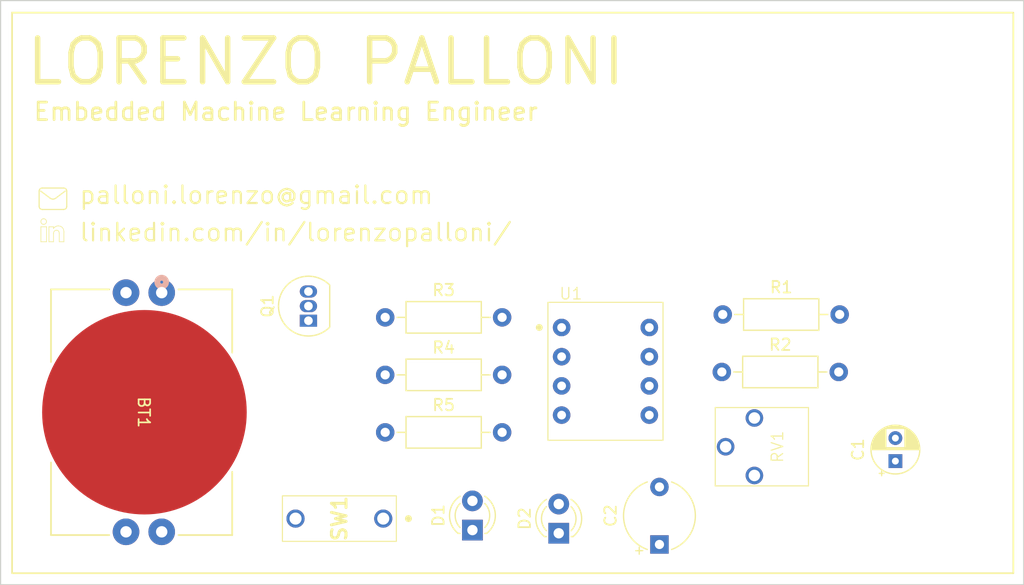
<source format=kicad_pcb>
(kicad_pcb (version 20240108) (generator "pcbnew") (generator_version "8.0")
  (title_block (title "Business Card") (date "2024-06-07") (rev "v01") (comment 2 "creativecommons.org/licenses/by/4.0/") (comment 3 "License: CC BY 4.0") (comment 4 "Author: Lorenzo Palloni"))
  (layers (0 "F.Cu" signal) (31 "B.Cu" signal) (34 "B.Paste" user) (35 "F.Paste" user) (36 "B.SilkS" user "B.Silkscreen") (37 "F.SilkS" user "F.Silkscreen") (38 "B.Mask" user) (39 "F.Mask" user) (44 "Edge.Cuts" user))
  (net 0 "")
  (net 1 "/THRES{slash}TRIG")
  (net 2 "GND")
  (net 3 "/CONT")
  (net 4 "+3V0")
  (net 5 "Net-(D1-A)")
  (net 6 "Net-(Q1-C)")
  (net 7 "Net-(Q1-B)")
  (net 8 "/DISCH")
  (net 9 "/OUT")
  (net 10 "Net-(BT1-+)")
  (net 11 "Net-(R2-Pad1)")
  (footprint "LED_THT:LED_D3.0mm" (layer "F.Cu") (at 149 125 90)
    (property "Reference" "D1" (at 1.27 -2.96 -90) (layer "F.SilkS"))
    (property "Value" "GREEN")
    (fp_line (start -0.29 -1.236) (end -0.29 -1.08) (stroke (width 0.12)) (layer "F.SilkS"))
    (fp_line (start -0.29 1.08) (end -0.29 1.236) (stroke (width 0.12)) (layer "F.SilkS"))
    (fp_arc (start -0.29 -1.235516) (mid 1.366487 -1.987659) (end 2.942335 -1.078608) (stroke (width 0.12)) (layer "F.SilkS"))
    (fp_arc (start 0.229039 -1.08) (mid 1.270117 -1.5) (end 2.31113 -1.079837) (stroke (width 0.12)) (layer "F.SilkS"))
    (fp_arc (start 2.942335 1.078608) (mid 1.366487 1.987659) (end -0.29 1.235516) (stroke (width 0.12)) (layer "F.SilkS"))
    (fp_arc (start 2.31113 1.079837) (mid 1.270117 1.5) (end 0.229039 1.08) (stroke (width 0.12)) (layer "F.SilkS"))
    (pad "1" thru_hole rect (at 0 0 90) (size 1.8 1.8) (drill 0.9) (layers "*.Cu" "*.Mask") (net 4 "+3V0"))
    (pad "2" thru_hole circle (at 2.54 0 90) (size 1.8 1.8) (drill 0.9) (layers "*.Cu" "*.Mask") (net 5 "Net-(D1-A)"))
  )
  (footprint "Capacitor_THT:CP_Radial_D4.0mm_P2.00mm" (layer "F.Cu") (at 185.75 119 90)
    (property "Reference" "C1" (at 1 -3.25 -90) (layer "F.SilkS"))
    (property "Value" "10uF")
    (fp_line (start 1.04 -2.08) (end 1.04 2.08) (stroke (width 0.12)) (layer "F.SilkS"))
    (fp_line (start 1 -2.08) (end 1 2.08) (stroke (width 0.12)) (layer "F.SilkS"))
    (fp_line (start 1.08 -2.079) (end 1.08 2.079) (stroke (width 0.12)) (layer "F.SilkS"))
    (fp_line (start 1.12 -2.077) (end 1.12 2.077) (stroke (width 0.12)) (layer "F.SilkS"))
    (fp_line (start 1.16 -2.074) (end 1.16 2.074) (stroke (width 0.12)) (layer "F.SilkS"))
    (fp_line (start 1.2 -2.071) (end 1.2 -0.84) (stroke (width 0.12)) (layer "F.SilkS"))
    (fp_line (start 1.24 -2.067) (end 1.24 -0.84) (stroke (width 0.12)) (layer "F.SilkS"))
    (fp_line (start 1.28 -2.062) (end 1.28 -0.84) (stroke (width 0.12)) (layer "F.SilkS"))
    (fp_line (start 1.32 -2.056) (end 1.32 -0.84) (stroke (width 0.12)) (layer "F.SilkS"))
    (fp_line (start 1.36 -2.05) (end 1.36 -0.84) (stroke (width 0.12)) (layer "F.SilkS"))
    (fp_line (start 1.4 -2.042) (end 1.4 -0.84) (stroke (width 0.12)) (layer "F.SilkS"))
    (fp_line (start 1.44 -2.034) (end 1.44 -0.84) (stroke (width 0.12)) (layer "F.SilkS"))
    (fp_line (start 1.48 -2.025) (end 1.48 -0.84) (stroke (width 0.12)) (layer "F.SilkS"))
    (fp_line (start 1.52 -2.016) (end 1.52 -0.84) (stroke (width 0.12)) (layer "F.SilkS"))
    (fp_line (start 1.56 -2.005) (end 1.56 -0.84) (stroke (width 0.12)) (layer "F.SilkS"))
    (fp_line (start 1.6 -1.994) (end 1.6 -0.84) (stroke (width 0.12)) (layer "F.SilkS"))
    (fp_line (start 1.64 -1.982) (end 1.64 -0.84) (stroke (width 0.12)) (layer "F.SilkS"))
    (fp_line (start 1.68 -1.968) (end 1.68 -0.84) (stroke (width 0.12)) (layer "F.SilkS"))
    (fp_line (start 1.721 -1.954) (end 1.721 -0.84) (stroke (width 0.12)) (layer "F.SilkS"))
    (fp_line (start 1.761 -1.94) (end 1.761 -0.84) (stroke (width 0.12)) (layer "F.SilkS"))
    (fp_line (start 1.801 -1.924) (end 1.801 -0.84) (stroke (width 0.12)) (layer "F.SilkS"))
    (fp_line (start 1.841 -1.907) (end 1.841 -0.84) (stroke (width 0.12)) (layer "F.SilkS"))
    (fp_line (start 1.881 -1.889) (end 1.881 -0.84) (stroke (width 0.12)) (layer "F.SilkS"))
    (fp_line (start 1.921 -1.87) (end 1.921 -0.84) (stroke (width 0.12)) (layer "F.SilkS"))
    (fp_line (start 1.961 -1.851) (end 1.961 -0.84) (stroke (width 0.12)) (layer "F.SilkS"))
    (fp_line (start 2.001 -1.83) (end 2.001 -0.84) (stroke (width 0.12)) (layer "F.SilkS"))
    (fp_line (start 2.041 -1.808) (end 2.041 -0.84) (stroke (width 0.12)) (layer "F.SilkS"))
    (fp_line (start 2.081 -1.785) (end 2.081 -0.84) (stroke (width 0.12)) (layer "F.SilkS"))
    (fp_line (start 2.121 -1.76) (end 2.121 -0.84) (stroke (width 0.12)) (layer "F.SilkS"))
    (fp_line (start 2.161 -1.735) (end 2.161 -0.84) (stroke (width 0.12)) (layer "F.SilkS"))
    (fp_line (start 2.201 -1.708) (end 2.201 -0.84) (stroke (width 0.12)) (layer "F.SilkS"))
    (fp_line (start 2.241 -1.68) (end 2.241 -0.84) (stroke (width 0.12)) (layer "F.SilkS"))
    (fp_line (start 2.281 -1.65) (end 2.281 -0.84) (stroke (width 0.12)) (layer "F.SilkS"))
    (fp_line (start 2.321 -1.619) (end 2.321 -0.84) (stroke (width 0.12)) (layer "F.SilkS"))
    (fp_line (start 2.361 -1.587) (end 2.361 -0.84) (stroke (width 0.12)) (layer "F.SilkS"))
    (fp_line (start 2.401 -1.552) (end 2.401 -0.84) (stroke (width 0.12)) (layer "F.SilkS"))
    (fp_line (start 2.441 -1.516) (end 2.441 -0.84) (stroke (width 0.12)) (layer "F.SilkS"))
    (fp_line (start 2.481 -1.478) (end 2.481 -0.84) (stroke (width 0.12)) (layer "F.SilkS"))
    (fp_line (start 2.521 -1.438) (end 2.521 -0.84) (stroke (width 0.12)) (layer "F.SilkS"))
    (fp_line (start 2.561 -1.396) (end 2.561 -0.84) (stroke (width 0.12)) (layer "F.SilkS"))
    (fp_line (start -1.069801 -1.395) (end -1.069801 -0.995) (stroke (width 0.12)) (layer "F.SilkS"))
    (fp_line (start 2.601 -1.351) (end 2.601 -0.84) (stroke (width 0.12)) (layer "F.SilkS"))
    (fp_line (start 2.641 -1.304) (end 2.641 -0.84) (stroke (width 0.12)) (layer "F.SilkS"))
    (fp_line (start 2.681 -1.254) (end 2.681 -0.84) (stroke (width 0.12)) (layer "F.SilkS"))
    (fp_line (start 2.721 -1.2) (end 2.721 -0.84) (stroke (width 0.12)) (layer "F.SilkS"))
    (fp_line (start -1.269801 -1.195) (end -0.869801 -1.195) (stroke (width 0.12)) (layer "F.SilkS"))
    (fp_line (start 2.761 -1.142) (end 2.761 -0.84) (stroke (width 0.12)) (layer "F.SilkS"))
    (fp_line (start 2.801 -1.08) (end 2.801 -0.84) (stroke (width 0.12)) (layer "F.SilkS"))
    (fp_line (start 2.841 -1.013) (end 2.841 1.013) (stroke (width 0.12)) (layer "F.SilkS"))
    (fp_line (start 2.881 -0.94) (end 2.881 0.94) (stroke (width 0.12)) (layer "F.SilkS"))
    (fp_line (start 2.921 -0.859) (end 2.921 0.859) (stroke (width 0.12)) (layer "F.SilkS"))
    (fp_line (start 2.961 -0.768) (end 2.961 0.768) (stroke (width 0.12)) (layer "F.SilkS"))
    (fp_line (start 3.001 -0.664) (end 3.001 0.664) (stroke (width 0.12)) (layer "F.SilkS"))
    (fp_line (start 3.041 -0.537) (end 3.041 0.537) (stroke (width 0.12)) (layer "F.SilkS"))
    (fp_line (start 3.081 -0.37) (end 3.081 0.37) (stroke (width 0.12)) (layer "F.SilkS"))
    (fp_line (start 2.801 0.84) (end 2.801 1.08) (stroke (width 0.12)) (layer "F.SilkS"))
    (fp_line (start 2.761 0.84) (end 2.761 1.142) (stroke (width 0.12)) (layer "F.SilkS"))
    (fp_line (start 2.721 0.84) (end 2.721 1.2) (stroke (width 0.12)) (layer "F.SilkS"))
    (fp_line (start 2.681 0.84) (end 2.681 1.254) (stroke (width 0.12)) (layer "F.SilkS"))
    (fp_line (start 2.641 0.84) (end 2.641 1.304) (stroke (width 0.12)) (layer "F.SilkS"))
    (fp_line (start 2.601 0.84) (end 2.601 1.351) (stroke (width 0.12)) (layer "F.SilkS"))
    (fp_line (start 2.561 0.84) (end 2.561 1.396) (stroke (width 0.12)) (layer "F.SilkS"))
    (fp_line (start 2.521 0.84) (end 2.521 1.438) (stroke (width 0.12)) (layer "F.SilkS"))
    (fp_line (start 2.481 0.84) (end 2.481 1.478) (stroke (width 0.12)) (layer "F.SilkS"))
    (fp_line (start 2.441 0.84) (end 2.441 1.516) (stroke (width 0.12)) (layer "F.SilkS"))
    (fp_line (start 2.401 0.84) (end 2.401 1.552) (stroke (width 0.12)) (layer "F.SilkS"))
    (fp_line (start 2.361 0.84) (end 2.361 1.587) (stroke (width 0.12)) (layer "F.SilkS"))
    (fp_line (start 2.321 0.84) (end 2.321 1.619) (stroke (width 0.12)) (layer "F.SilkS"))
    (fp_line (start 2.281 0.84) (end 2.281 1.65) (stroke (width 0.12)) (layer "F.SilkS"))
    (fp_line (start 2.241 0.84) (end 2.241 1.68) (stroke (width 0.12)) (layer "F.SilkS"))
    (fp_line (start 2.201 0.84) (end 2.201 1.708) (stroke (width 0.12)) (layer "F.SilkS"))
    (fp_line (start 2.161 0.84) (end 2.161 1.735) (stroke (width 0.12)) (layer "F.SilkS"))
    (fp_line (start 2.121 0.84) (end 2.121 1.76) (stroke (width 0.12)) (layer "F.SilkS"))
    (fp_line (start 2.081 0.84) (end 2.081 1.785) (stroke (width 0.12)) (layer "F.SilkS"))
    (fp_line (start 2.041 0.84) (end 2.041 1.808) (stroke (width 0.12)) (layer "F.SilkS"))
    (fp_line (start 2.001 0.84) (end 2.001 1.83) (stroke (width 0.12)) (layer "F.SilkS"))
    (fp_line (start 1.961 0.84) (end 1.961 1.851) (stroke (width 0.12)) (layer "F.SilkS"))
    (fp_line (start 1.921 0.84) (end 1.921 1.87) (stroke (width 0.12)) (layer "F.SilkS"))
    (fp_line (start 1.881 0.84) (end 1.881 1.889) (stroke (width 0.12)) (layer "F.SilkS"))
    (fp_line (start 1.841 0.84) (end 1.841 1.907) (stroke (width 0.12)) (layer "F.SilkS"))
    (fp_line (start 1.801 0.84) (end 1.801 1.924) (stroke (width 0.12)) (layer "F.SilkS"))
    (fp_line (start 1.761 0.84) (end 1.761 1.94) (stroke (width 0.12)) (layer "F.SilkS"))
    (fp_line (start 1.721 0.84) (end 1.721 1.954) (stroke (width 0.12)) (layer "F.SilkS"))
    (fp_line (start 1.68 0.84) (end 1.68 1.968) (stroke (width 0.12)) (layer "F.SilkS"))
    (fp_line (start 1.64 0.84) (end 1.64 1.982) (stroke (width 0.12)) (layer "F.SilkS"))
    (fp_line (start 1.6 0.84) (end 1.6 1.994) (stroke (width 0.12)) (layer "F.SilkS"))
    (fp_line (start 1.56 0.84) (end 1.56 2.005) (stroke (width 0.12)) (layer "F.SilkS"))
    (fp_line (start 1.52 0.84) (end 1.52 2.016) (stroke (width 0.12)) (layer "F.SilkS"))
    (fp_line (start 1.48 0.84) (end 1.48 2.025) (stroke (width 0.12)) (layer "F.SilkS"))
    (fp_line (start 1.44 0.84) (end 1.44 2.034) (stroke (width 0.12)) (layer "F.SilkS"))
    (fp_line (start 1.4 0.84) (end 1.4 2.042) (stroke (width 0.12)) (layer "F.SilkS"))
    (fp_line (start 1.36 0.84) (end 1.36 2.05) (stroke (width 0.12)) (layer "F.SilkS"))
    (fp_line (start 1.32 0.84) (end 1.32 2.056) (stroke (width 0.12)) (layer "F.SilkS"))
    (fp_line (start 1.28 0.84) (end 1.28 2.062) (stroke (width 0.12)) (layer "F.SilkS"))
    (fp_line (start 1.24 0.84) (end 1.24 2.067) (stroke (width 0.12)) (layer "F.SilkS"))
    (fp_line (start 1.2 0.84) (end 1.2 2.071) (stroke (width 0.12)) (layer "F.SilkS"))
    (fp_circle (center 1 0) (end 3.12 0) (stroke (width 0.12)) (fill none) (layer "F.SilkS"))
    (pad "1" thru_hole rect (at 0 0 90) (size 1.2 1.2) (drill 0.6) (layers "*.Cu" "*.Mask") (net 1 "/THRES{slash}TRIG"))
    (pad "2" thru_hole circle (at 2 0 90) (size 1.2 1.2) (drill 0.6) (layers "*.Cu" "*.Mask") (net 2 "GND"))
  )
  (footprint "Capacitor_THT:CP_Radial_Tantal_D6.0mm_P5.00mm" (layer "F.Cu") (at 165.25 126.25 90)
    (property "Reference" "C2" (at 2.5 -4.25 -90) (layer "F.SilkS"))
    (property "Value" "10nF")
    (fp_line (start -0.539749 -2.055) (end -0.539749 -1.455) (stroke (width 0.12)) (layer "F.SilkS"))
    (fp_line (start -0.839749 -1.755) (end -0.239749 -1.755) (stroke (width 0.12)) (layer "F.SilkS"))
    (fp_arc (start -0.434416 -1.06) (mid 2.5 -3.12) (end 5.434416 -1.06) (stroke (width 0.12)) (layer "F.SilkS"))
    (fp_arc (start 5.434416 1.06) (mid 2.5 3.12) (end -0.434416 1.06) (stroke (width 0.12)) (layer "F.SilkS"))
    (pad "1" thru_hole rect (at 0 0 90) (size 1.6 1.6) (drill 0.8) (layers "*.Cu" "*.Mask") (net 3 "/CONT"))
    (pad "2" thru_hole circle (at 5 0 90) (size 1.6 1.6) (drill 0.8) (layers "*.Cu" "*.Mask") (net 2 "GND"))
  )
  (footprint "Resistor_THT:R_Axial_DIN0207_L6.3mm_D2.5mm_P10.16mm_Horizontal" (layer "F.Cu") (at 170.75 106.25)
    (property "Reference" "R1" (at 5.08 -2.37 0) (layer "F.SilkS"))
    (property "Value" "10K")
    (fp_line (start 1.04 0) (end 1.81 0) (stroke (width 0.12)) (layer "F.SilkS"))
    (fp_line (start 1.81 -1.37) (end 1.81 1.37) (stroke (width 0.12)) (layer "F.SilkS"))
    (fp_line (start 1.81 1.37) (end 8.35 1.37) (stroke (width 0.12)) (layer "F.SilkS"))
    (fp_line (start 8.35 -1.37) (end 1.81 -1.37) (stroke (width 0.12)) (layer "F.SilkS"))
    (fp_line (start 8.35 1.37) (end 8.35 -1.37) (stroke (width 0.12)) (layer "F.SilkS"))
    (fp_line (start 9.12 0) (end 8.35 0) (stroke (width 0.12)) (layer "F.SilkS"))
    (pad "1" thru_hole circle (at 0 0) (size 1.6 1.6) (drill 0.8) (layers "*.Cu" "*.Mask") (net 4 "+3V0"))
    (pad "2" thru_hole oval (at 10.16 0) (size 1.6 1.6) (drill 0.8) (layers "*.Cu" "*.Mask") (net 8 "/DISCH"))
  )
  (footprint "Resistor_THT:R_Axial_DIN0207_L6.3mm_D2.5mm_P10.16mm_Horizontal" (layer "F.Cu") (at 141.42 116.5)
    (property "Reference" "R5" (at 5.08 -2.37 0) (layer "F.SilkS"))
    (property "Value" "100R")
    (fp_line (start 1.04 0) (end 1.81 0) (stroke (width 0.12)) (layer "F.SilkS"))
    (fp_line (start 1.81 -1.37) (end 1.81 1.37) (stroke (width 0.12)) (layer "F.SilkS"))
    (fp_line (start 1.81 1.37) (end 8.35 1.37) (stroke (width 0.12)) (layer "F.SilkS"))
    (fp_line (start 8.35 -1.37) (end 1.81 -1.37) (stroke (width 0.12)) (layer "F.SilkS"))
    (fp_line (start 8.35 1.37) (end 8.35 -1.37) (stroke (width 0.12)) (layer "F.SilkS"))
    (fp_line (start 9.12 0) (end 8.35 0) (stroke (width 0.12)) (layer "F.SilkS"))
    (pad "1" thru_hole circle (at 0 0) (size 1.6 1.6) (drill 0.8) (layers "*.Cu" "*.Mask") (net 6 "Net-(Q1-C)"))
    (pad "2" thru_hole oval (at 10.16 0) (size 1.6 1.6) (drill 0.8) (layers "*.Cu" "*.Mask") (net 5 "Net-(D1-A)"))
  )
  (footprint "LED_THT:LED_D3.0mm" (layer "F.Cu") (at 156.5 125.275 90)
    (property "Reference" "D2" (at 1.27 -2.96 -90) (layer "F.SilkS"))
    (property "Value" "GREEN")
    (fp_line (start -0.29 -1.236) (end -0.29 -1.08) (stroke (width 0.12)) (layer "F.SilkS"))
    (fp_line (start -0.29 1.08) (end -0.29 1.236) (stroke (width 0.12)) (layer "F.SilkS"))
    (fp_arc (start -0.29 -1.235516) (mid 1.366487 -1.987659) (end 2.942335 -1.078608) (stroke (width 0.12)) (layer "F.SilkS"))
    (fp_arc (start 0.229039 -1.08) (mid 1.270117 -1.5) (end 2.31113 -1.079837) (stroke (width 0.12)) (layer "F.SilkS"))
    (fp_arc (start 2.942335 1.078608) (mid 1.366487 1.987659) (end -0.29 1.235516) (stroke (width 0.12)) (layer "F.SilkS"))
    (fp_arc (start 2.31113 1.079837) (mid 1.270117 1.5) (end 0.229039 1.08) (stroke (width 0.12)) (layer "F.SilkS"))
    (pad "1" thru_hole rect (at 0 0 90) (size 1.8 1.8) (drill 0.9) (layers "*.Cu" "*.Mask") (net 4 "+3V0"))
    (pad "2" thru_hole circle (at 2.54 0 90) (size 1.8 1.8) (drill 0.9) (layers "*.Cu" "*.Mask") (net 5 "Net-(D1-A)"))
  )
  (footprint "Package_TO_SOT_THT:TO-92_Inline" (layer "F.Cu") (at 134.75 106.79 90)
    (property "Reference" "Q1" (at 1.27 -3.56 -90) (layer "F.SilkS"))
    (property "Value" "2N3904")
    (fp_line (start -0.53 1.85) (end 3.07 1.85) (stroke (width 0.12)) (layer "F.SilkS"))
    (fp_arc (start 1.27 -2.6) (mid 3.672087 -0.994977) (end 3.108478 1.838478) (stroke (width 0.12)) (layer "F.SilkS"))
    (fp_arc (start -0.568478 1.838478) (mid -1.132087 -0.994977) (end 1.27 -2.6) (stroke (width 0.12)) (layer "F.SilkS"))
    (pad "1" thru_hole rect (at 0 0 90) (size 1.05 1.5) (drill 0.75) (layers "*.Cu" "*.Mask") (net 2 "GND"))
    (pad "2" thru_hole oval (at 1.27 0 90) (size 1.05 1.5) (drill 0.75) (layers "*.Cu" "*.Mask") (net 7 "Net-(Q1-B)"))
    (pad "3" thru_hole oval (at 2.54 0 90) (size 1.05 1.5) (drill 0.75) (layers "*.Cu" "*.Mask") (net 6 "Net-(Q1-C)"))
  )
  (footprint "business_card:DS01-254-S-01BE" (layer "F.Cu") (at 137.44 124 90)
    (property "Reference" "SW1" (at 0 0 -90) (layer "F.SilkS") (effects (font (size 1.27 1.27) (thickness 0.254))))
    (property "Value" "DS01-254-S-01BE" (hide yes))
    (fp_rect (start -1.98 -4.95) (end 1.98 4.95) (stroke (width 0.1)) (fill none) (layer "F.SilkS"))
    (fp_circle (center 0 6) (end 0.25 6) (stroke (width 0.1)) (fill solid) (layer "F.SilkS"))
    (pad "1" thru_hole circle (at 0 3.81 90) (size 1.575 1.575) (drill 1.05) (layers "*.Cu" "*.Mask") (net 10 "Net-(BT1-+)"))
    (pad "2" thru_hole circle (at 0 -3.81 90) (size 1.575 1.575) (drill 1.05) (layers "*.Cu" "*.Mask") (net 4 "+3V0"))
  )
  (footprint "business_card:TLC555IP" (layer "F.Cu") (at 160.56 111.19 -90)
    (property "Reference" "U1" (at -6.75 3 0) (layer "F.SilkS") (effects (font (thickness 0.1))))
    (property "Value" "TLC555IP")
    (fp_rect (start -6 -5) (end 6 5) (stroke (width 0.1)) (fill none) (layer "F.SilkS"))
    (fp_circle (center -3.81 5.75) (end -3.56 5.75) (stroke (width 0.1)) (fill solid) (layer "F.SilkS"))
    (pad "1" thru_hole circle (at -3.81 3.81 270) (size 1.524 1.524) (drill 0.762) (layers "*.Cu" "*.Mask") (net 2 "GND"))
    (pad "2" thru_hole circle (at -1.27 3.81 270) (size 1.524 1.524) (drill 0.762) (layers "*.Cu" "*.Mask") (net 1 "/THRES{slash}TRIG"))
    (pad "3" thru_hole circle (at 1.27 3.81 270) (size 1.524 1.524) (drill 0.762) (layers "*.Cu" "*.Mask") (net 9 "/OUT"))
    (pad "4" thru_hole circle (at 3.81 3.81 270) (size 1.524 1.524) (drill 0.762) (layers "*.Cu" "*.Mask") (net 4 "+3V0"))
    (pad "5" thru_hole circle (at 3.81 -3.81 270) (size 1.524 1.524) (drill 0.762) (layers "*.Cu" "*.Mask") (net 3 "/CONT"))
    (pad "6" thru_hole circle (at 1.27 -3.81 270) (size 1.524 1.524) (drill 0.762) (layers "*.Cu" "*.Mask") (net 1 "/THRES{slash}TRIG"))
    (pad "7" thru_hole circle (at -1.27 -3.81 270) (size 1.524 1.524) (drill 0.762) (layers "*.Cu" "*.Mask") (net 8 "/DISCH"))
    (pad "8" thru_hole circle (at -3.81 -3.81 270) (size 1.524 1.524) (drill 0.762) (layers "*.Cu" "*.Mask") (net 4 "+3V0"))
  )
  (footprint "business_card:BAT-HLD-001-THM" (layer "F.Cu") (at 120.450001 114.75 -90)
    (property "Reference" "BT1" (at 0 0 -90) (layer "F.SilkS"))
    (property "Value" "BAT-HLD-001-THM")
    (fp_circle (center -11.3157 -1.549999) (end -10.9347 -1.549999) (stroke (width 0.508)) (fill none) (layer "B.SilkS"))
    (fp_line (start -10.6807 8.071) (end -4.371304 8.071) (stroke (width 0.1524)) (layer "F.SilkS"))
    (fp_line (start 4.371304 8.071) (end 10.6807 8.071) (stroke (width 0.1524)) (layer "F.SilkS"))
    (fp_line (start 10.6807 8.071) (end 10.6807 3.011732) (stroke (width 0.1524)) (layer "F.SilkS"))
    (fp_line (start -10.6807 3.011732) (end -10.6807 8.071) (stroke (width 0.1524)) (layer "F.SilkS"))
    (fp_line (start 10.6807 -3.011731) (end 10.6807 -7.677) (stroke (width 0.1524)) (layer "F.SilkS"))
    (fp_line (start -10.6807 -7.677) (end -10.6807 -3.011731) (stroke (width 0.1524)) (layer "F.SilkS"))
    (fp_line (start -5.185344 -7.677) (end -10.6807 -7.677) (stroke (width 0.1524)) (layer "F.SilkS"))
    (fp_line (start 10.6807 -7.677) (end 5.185345 -7.677) (stroke (width 0.1524)) (layer "F.SilkS"))
    (pad "1" thru_hole circle (at -10.399999 -1.549999 270) (size 2.3114 2.3114) (drill 0.9906) (layers "*.Cu" "*.Mask") (net 10 "Net-(BT1-+)"))
    (pad "2" thru_hole circle (at -10.399999 1.55 270) (size 2.3114 2.3114) (drill 0.9906) (layers "*.Cu" "*.Mask") (net 2 "GND"))
    (pad "3" thru_hole circle (at 10.4 -1.549999 270) (size 2.3114 2.3114) (drill 0.9906) (layers "*.Cu" "*.Mask"))
    (pad "4" thru_hole circle (at 10.4 1.55 270) (size 2.3114 2.3114) (drill 0.9906) (layers "*.Cu" "*.Mask"))
    (pad "5" smd circle (at 0 -0.049999 270) (size 17.780001 17.780001) (layers "F.Cu" "F.Paste" "F.Mask"))
  )
  (footprint "Resistor_THT:R_Axial_DIN0207_L6.3mm_D2.5mm_P10.16mm_Horizontal" (layer "F.Cu") (at 141.42 111.5)
    (property "Reference" "R4" (at 5.08 -2.37 0) (layer "F.SilkS"))
    (property "Value" "100R")
    (fp_line (start 1.04 0) (end 1.81 0) (stroke (width 0.12)) (layer "F.SilkS"))
    (fp_line (start 1.81 -1.37) (end 1.81 1.37) (stroke (width 0.12)) (layer "F.SilkS"))
    (fp_line (start 1.81 1.37) (end 8.35 1.37) (stroke (width 0.12)) (layer "F.SilkS"))
    (fp_line (start 8.35 -1.37) (end 1.81 -1.37) (stroke (width 0.12)) (layer "F.SilkS"))
    (fp_line (start 8.35 1.37) (end 8.35 -1.37) (stroke (width 0.12)) (layer "F.SilkS"))
    (fp_line (start 9.12 0) (end 8.35 0) (stroke (width 0.12)) (layer "F.SilkS"))
    (pad "1" thru_hole circle (at 0 0) (size 1.6 1.6) (drill 0.8) (layers "*.Cu" "*.Mask") (net 6 "Net-(Q1-C)"))
    (pad "2" thru_hole oval (at 10.16 0) (size 1.6 1.6) (drill 0.8) (layers "*.Cu" "*.Mask") (net 5 "Net-(D1-A)"))
  )
  (footprint "Resistor_THT:R_Axial_DIN0207_L6.3mm_D2.5mm_P10.16mm_Horizontal" (layer "F.Cu") (at 141.42 106.5)
    (property "Reference" "R3" (at 5.08 -2.37 0) (layer "F.SilkS"))
    (property "Value" "1K")
    (fp_line (start 1.04 0) (end 1.81 0) (stroke (width 0.12)) (layer "F.SilkS"))
    (fp_line (start 1.81 -1.37) (end 1.81 1.37) (stroke (width 0.12)) (layer "F.SilkS"))
    (fp_line (start 1.81 1.37) (end 8.35 1.37) (stroke (width 0.12)) (layer "F.SilkS"))
    (fp_line (start 8.35 -1.37) (end 1.81 -1.37) (stroke (width 0.12)) (layer "F.SilkS"))
    (fp_line (start 8.35 1.37) (end 8.35 -1.37) (stroke (width 0.12)) (layer "F.SilkS"))
    (fp_line (start 9.12 0) (end 8.35 0) (stroke (width 0.12)) (layer "F.SilkS"))
    (pad "1" thru_hole circle (at 0 0) (size 1.6 1.6) (drill 0.8) (layers "*.Cu" "*.Mask") (net 9 "/OUT"))
    (pad "2" thru_hole oval (at 10.16 0) (size 1.6 1.6) (drill 0.8) (layers "*.Cu" "*.Mask") (net 7 "Net-(Q1-B)"))
  )
  (footprint "business_card:3306P-1-504" (layer "F.Cu") (at 173.5 117.75 90)
    (property "Reference" "RV1" (at 0 2 90) (layer "F.SilkS") (effects (font (thickness 0.1))))
    (property "Value" "500K")
    (fp_line (start 3.405 -3.4) (end 3.405 4.7) (stroke (width 0.1)) (layer "F.SilkS"))
    (fp_line (start -3.405 -3.4) (end 3.405 -3.4) (stroke (width 0.1)) (layer "F.SilkS"))
    (fp_line (start -3.405 -3.4) (end -3.405 4.7) (stroke (width 0.1)) (layer "F.SilkS"))
    (fp_line (start -3.405 4.7) (end 3.405 4.7) (stroke (width 0.1)) (layer "F.SilkS"))
    (pad "1" thru_hole circle (at -2.5 0 90) (size 1.524 1.524) (drill 1) (layers "*.Cu" "*.Mask") (net 11 "Net-(R2-Pad1)"))
    (pad "2" thru_hole circle (at 0 -2.5 90) (size 1.524 1.524) (drill 1) (layers "*.Cu" "*.Mask") (net 1 "/THRES{slash}TRIG"))
    (pad "3" thru_hole circle (at 2.5 0 90) (size 1.524 1.524) (drill 1) (layers "*.Cu" "*.Mask"))
  )
  (footprint "Resistor_THT:R_Axial_DIN0207_L6.3mm_D2.5mm_P10.16mm_Horizontal" (layer "F.Cu") (at 170.67 111.25)
    (property "Reference" "R2" (at 5.08 -2.37 0) (layer "F.SilkS"))
    (property "Value" "10K")
    (fp_line (start 1.04 0) (end 1.81 0) (stroke (width 0.12)) (layer "F.SilkS"))
    (fp_line (start 1.81 -1.37) (end 1.81 1.37) (stroke (width 0.12)) (layer "F.SilkS"))
    (fp_line (start 1.81 1.37) (end 8.35 1.37) (stroke (width 0.12)) (layer "F.SilkS"))
    (fp_line (start 8.35 -1.37) (end 1.81 -1.37) (stroke (width 0.12)) (layer "F.SilkS"))
    (fp_line (start 8.35 1.37) (end 8.35 -1.37) (stroke (width 0.12)) (layer "F.SilkS"))
    (fp_line (start 9.12 0) (end 8.35 0) (stroke (width 0.12)) (layer "F.SilkS"))
    (pad "1" thru_hole circle (at 0 0) (size 1.6 1.6) (drill 0.8) (layers "*.Cu" "*.Mask") (net 11 "Net-(R2-Pad1)"))
    (pad "2" thru_hole oval (at 10.16 0) (size 1.6 1.6) (drill 0.8) (layers "*.Cu" "*.Mask") (net 8 "/DISCH"))
  )
  (gr_line (start 113.5 99.0779) (end 113.5 99.9221) (stroke (width 0.0635)) (layer "F.SilkS"))
  (gr_line (start 112.6 99.9221) (end 112.2 99.9221) (stroke (width 0.0635)) (layer "F.SilkS"))
  (gr_curve (pts (xy 111.7442 98.4142) (xy 111.6093 98.4142) (xy 111.5 98.304) (xy 111.5 98.1681)) (stroke (width 0.0635)) (layer "F.SilkS"))
  (gr_curve (pts (xy 112.8634 98.9231) (xy 112.6981 98.9231) (xy 112.6 99.0347) (xy 112.6 99.2222)) (stroke (width 0.0635)) (layer "F.SilkS"))
  (gr_curve (pts (xy 111.7442 97.9221) (xy 111.879 97.9221) (xy 111.9883 98.0323) (xy 111.9883 98.1681)) (stroke (width 0.0635)) (layer "F.SilkS"))
  (gr_curve (pts (xy 111.428105 97.038561) (xy 111.378095 96.988552) (xy 111.35 96.920724) (xy 111.35 96.85)) (stroke (width 0.1016)) (layer "F.SilkS"))
  (gr_curve (pts (xy 112.6 98.7683) (xy 112.6 98.7683) (xy 112.7255 98.5481) (xy 113.0083 98.5481)) (stroke (width 0.0635)) (layer "F.SilkS"))
  (gr_curve (pts (xy 113.671895 97.038561) (xy 113.621885 97.088571) (xy 113.554058 97.116666) (xy 113.483333 97.116666)) (stroke (width 0.1016)) (layer "F.SilkS"))
  (gr_curve (pts (xy 111.35 95.516666) (xy 111.35 95.445942) (xy 111.378095 95.378114) (xy 111.428105 95.328105)) (stroke (width 0.1016)) (layer "F.SilkS"))
  (gr_line (start 112.79 96.136666) (end 113.616667 95.516666) (stroke (width 0.1016)) (layer "F.SilkS"))
  (gr_line (start 112.6 98.6221) (end 112.6 98.7683) (stroke (width 0.0635)) (layer "F.SilkS"))
  (gr_line (start 112.2 99.9221) (end 112.2 98.6221) (stroke (width 0.0635)) (layer "F.SilkS"))
  (gr_line (start 111.5 98.6221) (end 111.5 99.9221) (stroke (width 0.0635)) (layer "F.SilkS"))
  (gr_line (start 111.35 96.85) (end 111.35 95.516666) (stroke (width 0.1016)) (layer "F.SilkS"))
  (gr_curve (pts (xy 112.31 96.136666) (xy 112.452227 96.243333) (xy 112.647773 96.243333) (xy 112.79 96.136666)) (stroke (width 0.1016)) (layer "F.SilkS"))
  (gr_curve (pts (xy 111.428105 95.328105) (xy 111.478115 95.278095) (xy 111.545942 95.25) (xy 111.616667 95.25)) (stroke (width 0.1016)) (layer "F.SilkS"))
  (gr_curve (pts (xy 113.1 99.2222) (xy 113.1 99.0302) (xy 113.0153 98.9231) (xy 112.8634 98.9231)) (stroke (width 0.0635)) (layer "F.SilkS"))
  (gr_line (start 111.616667 95.25) (end 113.483333 95.25) (stroke (width 0.1016)) (layer "F.SilkS"))
  (gr_line (start 113.5 99.9221) (end 113.1 99.9221) (stroke (width 0.0635)) (layer "F.SilkS"))
  (gr_line (start 111.5 99.9221) (end 112 99.9221) (stroke (width 0.0635)) (layer "F.SilkS"))
  (gr_line (start 113.75 95.516666) (end 113.75 96.85) (stroke (width 0.1016)) (layer "F.SilkS"))
  (gr_line (start 112 98.6221) (end 111.5 98.6221) (stroke (width 0.0635)) (layer "F.SilkS"))
  (gr_line (start 111.483333 95.516673) (end 112.31 96.136666) (stroke (width 0.1016)) (layer "F.SilkS"))
  (gr_line (start 113.483333 97.116666) (end 111.616667 97.116666) (stroke (width 0.1016)) (layer "F.SilkS"))
  (gr_curve (pts (xy 113.671895 95.328105) (xy 113.721905 95.378114) (xy 113.75 95.445942) (xy 113.75 95.516666)) (stroke (width 0.1016)) (layer "F.SilkS"))
  (gr_rect (start 109 80) (end 196 128.75) (stroke (width 0.15)) (fill none) (layer "F.SilkS"))
  (gr_line (start 112.2 98.6221) (end 112.6 98.6221) (stroke (width 0.0635)) (layer "F.SilkS"))
  (gr_curve (pts (xy 113.75 96.85) (xy 113.75 96.920724) (xy 113.721905 96.988552) (xy 113.671895 97.038561)) (stroke (width 0.1016)) (layer "F.SilkS"))
  (gr_line (start 112 99.9221) (end 112 98.6221) (stroke (width 0.0635)) (layer "F.SilkS"))
  (gr_curve (pts (xy 113.483333 95.25) (xy 113.554058 95.25) (xy 113.621885 95.278095) (xy 113.671895 95.328105)) (stroke (width 0.1016)) (layer "F.SilkS"))
  (gr_line (start 113.1 99.9221) (end 113.1 99.2222) (stroke (width 0.0635)) (layer "F.SilkS"))
  (gr_line (start 112.6 99.2222) (end 112.6 99.9221) (stroke (width 0.0635)) (layer "F.SilkS"))
  (gr_curve (pts (xy 111.9883 98.1681) (xy 111.9884 98.304) (xy 111.879 98.4142) (xy 111.7442 98.4142)) (stroke (width 0.0635)) (layer "F.SilkS"))
  (gr_curve (pts (xy 111.616667 97.116666) (xy 111.545942 97.116666) (xy 111.478115 97.088571) (xy 111.428105 97.038561)) (stroke (width 0.1016)) (layer "F.SilkS"))
  (gr_curve (pts (xy 111.5 98.1681) (xy 111.5 98.0323) (xy 111.6093 97.9221) (xy 111.7442 97.9221)) (stroke (width 0.0635)) (layer "F.SilkS"))
  (gr_curve (pts (xy 113.0083 98.5481) (xy 113.2912 98.5481) (xy 113.5 98.7207) (xy 113.5 99.0779)) (stroke (width 0.0635)) (layer "F.SilkS"))
  (gr_rect (start 108 78.95) (end 196.9 129.75) (stroke (width 0.1)) (fill none) (layer "Edge.Cuts"))
  (gr_text "Embedded Machine Learning Engineer" (at 110.75 89.5 0) (layer "F.SilkS") (effects (font (size 1.524 1.524) (thickness 0.238125)) (justify left bottom)))
  (gr_text "palloni.lorenzo@gmail.com" (at 114.75 96.75 0) (layer "F.SilkS") (effects (font (size 1.524 1.524) (thickness 0.1905)) (justify left bottom)))
  (gr_text "LORENZO PALLONI" (at 110 86.5 0) (layer "F.SilkS") (effects (font (size 3.81 3.81) (thickness 0.47625)) (justify left bottom)))
  (gr_text "linkedin.com/in/lorenzopalloni/" (at 114.75 100 0) (layer "F.SilkS") (effects (font (size 1.524 1.524) (thickness 0.1905)) (justify left bottom)))
)
</source>
